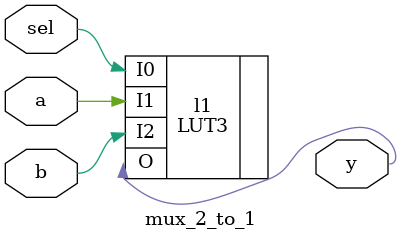
<source format=v>
`timescale 1ns / 1ps


(*KEEP_HIERARCHY = "TRUE"*) module mux_2_to_1(
    input sel,
    input a,
    input b,
    output y
    );
    LUT3 #( .INIT(8'hE4)  // Specify LUT Contents
     )  l1 (
      .O(y),   // LUT general output
      .I0(sel), // LUT input
      .I1(a), // LUT input
      .I2(b)  // LUT input
   );
    
  //  assign y= sel ? b : a;
    
endmodule

</source>
